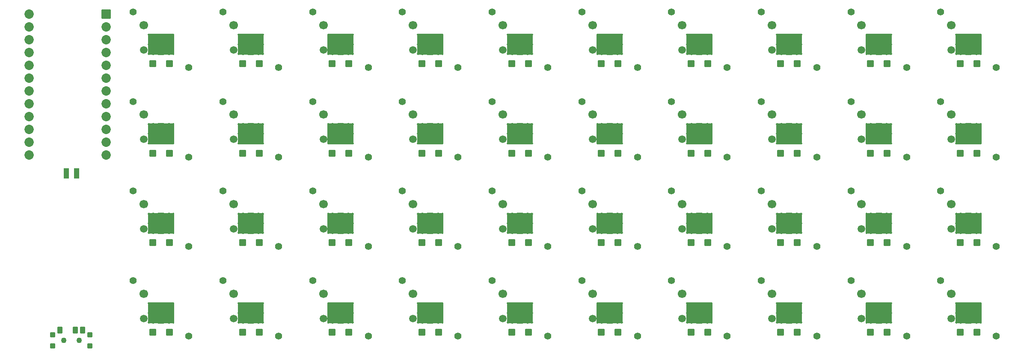
<source format=gbr>
%TF.GenerationSoftware,KiCad,Pcbnew,(6.0.4)*%
%TF.CreationDate,2022-11-13T15:40:53-05:00*%
%TF.ProjectId,crepe,63726570-652e-46b6-9963-61645f706362,v1.0.0*%
%TF.SameCoordinates,Original*%
%TF.FileFunction,Soldermask,Top*%
%TF.FilePolarity,Negative*%
%FSLAX46Y46*%
G04 Gerber Fmt 4.6, Leading zero omitted, Abs format (unit mm)*
G04 Created by KiCad (PCBNEW (6.0.4)) date 2022-11-13 15:40:53*
%MOMM*%
%LPD*%
G01*
G04 APERTURE LIST*
G04 Aperture macros list*
%AMRoundRect*
0 Rectangle with rounded corners*
0 $1 Rounding radius*
0 $2 $3 $4 $5 $6 $7 $8 $9 X,Y pos of 4 corners*
0 Add a 4 corners polygon primitive as box body*
4,1,4,$2,$3,$4,$5,$6,$7,$8,$9,$2,$3,0*
0 Add four circle primitives for the rounded corners*
1,1,$1+$1,$2,$3*
1,1,$1+$1,$4,$5*
1,1,$1+$1,$6,$7*
1,1,$1+$1,$8,$9*
0 Add four rect primitives between the rounded corners*
20,1,$1+$1,$2,$3,$4,$5,0*
20,1,$1+$1,$4,$5,$6,$7,0*
20,1,$1+$1,$6,$7,$8,$9,0*
20,1,$1+$1,$8,$9,$2,$3,0*%
G04 Aperture macros list end*
%ADD10O,0.400000X4.200000*%
%ADD11O,5.200000X0.400000*%
%ADD12O,2.100000X4.200000*%
%ADD13C,1.400000*%
%ADD14O,5.200000X4.200000*%
%ADD15C,1.700000*%
%ADD16C,1.500000*%
%ADD17RoundRect,0.050000X0.600000X0.600000X-0.600000X0.600000X-0.600000X-0.600000X0.600000X-0.600000X0*%
%ADD18RoundRect,0.050000X-0.876300X-0.876300X0.876300X-0.876300X0.876300X0.876300X-0.876300X0.876300X0*%
%ADD19C,1.852600*%
%ADD20C,1.100000*%
%ADD21RoundRect,0.050000X0.450000X0.625000X-0.450000X0.625000X-0.450000X-0.625000X0.450000X-0.625000X0*%
%ADD22RoundRect,0.050000X0.450000X0.450000X-0.450000X0.450000X-0.450000X-0.450000X0.450000X-0.450000X0*%
%ADD23RoundRect,0.050000X0.500000X-1.000000X0.500000X1.000000X-0.500000X1.000000X-0.500000X-1.000000X0*%
G04 APERTURE END LIST*
D10*
%TO.C,S1*%
X15350000Y-912500D03*
D11*
X17750000Y-2812500D03*
D12*
X16200000Y-912500D03*
D13*
X23249992Y-5512336D03*
D11*
X17750000Y987500D03*
D14*
X17750000Y-912500D03*
D12*
X19300000Y-912500D03*
D10*
X20150000Y-912500D03*
D13*
X12249992Y5487664D03*
D15*
X14349992Y2887664D03*
D16*
X14349992Y-2012336D03*
%TD*%
D10*
%TO.C,S2*%
X15350000Y16837500D03*
D11*
X17750000Y14937500D03*
D12*
X16200000Y16837500D03*
D13*
X23249992Y12237664D03*
D11*
X17750000Y18737500D03*
D14*
X17750000Y16837500D03*
D12*
X19300000Y16837500D03*
D10*
X20150000Y16837500D03*
D13*
X12249992Y23237664D03*
D15*
X14349992Y20637664D03*
D16*
X14349992Y15737664D03*
%TD*%
D10*
%TO.C,S3*%
X15350000Y34587500D03*
D11*
X17750000Y32687500D03*
D12*
X16200000Y34587500D03*
D13*
X23249992Y29987664D03*
D11*
X17750000Y36487500D03*
D14*
X17750000Y34587500D03*
D12*
X19300000Y34587500D03*
D10*
X20150000Y34587500D03*
D13*
X12249992Y40987664D03*
D15*
X14349992Y38387664D03*
D16*
X14349992Y33487664D03*
%TD*%
D10*
%TO.C,S4*%
X15350000Y52337500D03*
D11*
X17750000Y50437500D03*
D12*
X16200000Y52337500D03*
D13*
X23249992Y47737664D03*
D11*
X17750000Y54237500D03*
D14*
X17750000Y52337500D03*
D12*
X19300000Y52337500D03*
D10*
X20150000Y52337500D03*
D13*
X12249992Y58737664D03*
D15*
X14349992Y56137664D03*
D16*
X14349992Y51237664D03*
%TD*%
D10*
%TO.C,S5*%
X33100000Y-912500D03*
D11*
X35500000Y-2812500D03*
D12*
X33950000Y-912500D03*
D13*
X40999992Y-5512336D03*
D11*
X35500000Y987500D03*
D14*
X35500000Y-912500D03*
D12*
X37050000Y-912500D03*
D10*
X37900000Y-912500D03*
D13*
X29999992Y5487664D03*
D15*
X32099992Y2887664D03*
D16*
X32099992Y-2012336D03*
%TD*%
D10*
%TO.C,S6*%
X33100000Y16837500D03*
D11*
X35500000Y14937500D03*
D12*
X33950000Y16837500D03*
D13*
X40999992Y12237664D03*
D11*
X35500000Y18737500D03*
D14*
X35500000Y16837500D03*
D12*
X37050000Y16837500D03*
D10*
X37900000Y16837500D03*
D13*
X29999992Y23237664D03*
D15*
X32099992Y20637664D03*
D16*
X32099992Y15737664D03*
%TD*%
D10*
%TO.C,S7*%
X33100000Y34587500D03*
D11*
X35500000Y32687500D03*
D12*
X33950000Y34587500D03*
D13*
X40999992Y29987664D03*
D11*
X35500000Y36487500D03*
D14*
X35500000Y34587500D03*
D12*
X37050000Y34587500D03*
D10*
X37900000Y34587500D03*
D13*
X29999992Y40987664D03*
D15*
X32099992Y38387664D03*
D16*
X32099992Y33487664D03*
%TD*%
D10*
%TO.C,S8*%
X33100000Y52337500D03*
D11*
X35500000Y50437500D03*
D12*
X33950000Y52337500D03*
D13*
X40999992Y47737664D03*
D11*
X35500000Y54237500D03*
D14*
X35500000Y52337500D03*
D12*
X37050000Y52337500D03*
D10*
X37900000Y52337500D03*
D13*
X29999992Y58737664D03*
D15*
X32099992Y56137664D03*
D16*
X32099992Y51237664D03*
%TD*%
D10*
%TO.C,S9*%
X50850000Y-912500D03*
D11*
X53250000Y-2812500D03*
D12*
X51700000Y-912500D03*
D13*
X58749992Y-5512336D03*
D11*
X53250000Y987500D03*
D14*
X53250000Y-912500D03*
D12*
X54800000Y-912500D03*
D10*
X55650000Y-912500D03*
D13*
X47749992Y5487664D03*
D15*
X49849992Y2887664D03*
D16*
X49849992Y-2012336D03*
%TD*%
D10*
%TO.C,S10*%
X50850000Y16837500D03*
D11*
X53250000Y14937500D03*
D12*
X51700000Y16837500D03*
D13*
X58749992Y12237664D03*
D11*
X53250000Y18737500D03*
D14*
X53250000Y16837500D03*
D12*
X54800000Y16837500D03*
D10*
X55650000Y16837500D03*
D13*
X47749992Y23237664D03*
D15*
X49849992Y20637664D03*
D16*
X49849992Y15737664D03*
%TD*%
D10*
%TO.C,S11*%
X50850000Y34587500D03*
D11*
X53250000Y32687500D03*
D12*
X51700000Y34587500D03*
D13*
X58749992Y29987664D03*
D11*
X53250000Y36487500D03*
D14*
X53250000Y34587500D03*
D12*
X54800000Y34587500D03*
D10*
X55650000Y34587500D03*
D13*
X47749992Y40987664D03*
D15*
X49849992Y38387664D03*
D16*
X49849992Y33487664D03*
%TD*%
D10*
%TO.C,S12*%
X50850000Y52337500D03*
D11*
X53250000Y50437500D03*
D12*
X51700000Y52337500D03*
D13*
X58749992Y47737664D03*
D11*
X53250000Y54237500D03*
D14*
X53250000Y52337500D03*
D12*
X54800000Y52337500D03*
D10*
X55650000Y52337500D03*
D13*
X47749992Y58737664D03*
D15*
X49849992Y56137664D03*
D16*
X49849992Y51237664D03*
%TD*%
D10*
%TO.C,S13*%
X68600000Y-912500D03*
D11*
X71000000Y-2812500D03*
D12*
X69450000Y-912500D03*
D13*
X76499992Y-5512336D03*
D11*
X71000000Y987500D03*
D14*
X71000000Y-912500D03*
D12*
X72550000Y-912500D03*
D10*
X73400000Y-912500D03*
D13*
X65499992Y5487664D03*
D15*
X67599992Y2887664D03*
D16*
X67599992Y-2012336D03*
%TD*%
D10*
%TO.C,S14*%
X68600000Y16837500D03*
D11*
X71000000Y14937500D03*
D12*
X69450000Y16837500D03*
D13*
X76499992Y12237664D03*
D11*
X71000000Y18737500D03*
D14*
X71000000Y16837500D03*
D12*
X72550000Y16837500D03*
D10*
X73400000Y16837500D03*
D13*
X65499992Y23237664D03*
D15*
X67599992Y20637664D03*
D16*
X67599992Y15737664D03*
%TD*%
D10*
%TO.C,S15*%
X68600000Y34587500D03*
D11*
X71000000Y32687500D03*
D12*
X69450000Y34587500D03*
D13*
X76499992Y29987664D03*
D11*
X71000000Y36487500D03*
D14*
X71000000Y34587500D03*
D12*
X72550000Y34587500D03*
D10*
X73400000Y34587500D03*
D13*
X65499992Y40987664D03*
D15*
X67599992Y38387664D03*
D16*
X67599992Y33487664D03*
%TD*%
D10*
%TO.C,S16*%
X68600000Y52337500D03*
D11*
X71000000Y50437500D03*
D12*
X69450000Y52337500D03*
D13*
X76499992Y47737664D03*
D11*
X71000000Y54237500D03*
D14*
X71000000Y52337500D03*
D12*
X72550000Y52337500D03*
D10*
X73400000Y52337500D03*
D13*
X65499992Y58737664D03*
D15*
X67599992Y56137664D03*
D16*
X67599992Y51237664D03*
%TD*%
D10*
%TO.C,S17*%
X86350000Y-912500D03*
D11*
X88750000Y-2812500D03*
D12*
X87200000Y-912500D03*
D13*
X94249992Y-5512336D03*
D11*
X88750000Y987500D03*
D14*
X88750000Y-912500D03*
D12*
X90300000Y-912500D03*
D10*
X91150000Y-912500D03*
D13*
X83249992Y5487664D03*
D15*
X85349992Y2887664D03*
D16*
X85349992Y-2012336D03*
%TD*%
D10*
%TO.C,S18*%
X86350000Y16837500D03*
D11*
X88750000Y14937500D03*
D12*
X87200000Y16837500D03*
D13*
X94249992Y12237664D03*
D11*
X88750000Y18737500D03*
D14*
X88750000Y16837500D03*
D12*
X90300000Y16837500D03*
D10*
X91150000Y16837500D03*
D13*
X83249992Y23237664D03*
D15*
X85349992Y20637664D03*
D16*
X85349992Y15737664D03*
%TD*%
D10*
%TO.C,S19*%
X86350000Y34587500D03*
D11*
X88750000Y32687500D03*
D12*
X87200000Y34587500D03*
D13*
X94249992Y29987664D03*
D11*
X88750000Y36487500D03*
D14*
X88750000Y34587500D03*
D12*
X90300000Y34587500D03*
D10*
X91150000Y34587500D03*
D13*
X83249992Y40987664D03*
D15*
X85349992Y38387664D03*
D16*
X85349992Y33487664D03*
%TD*%
D10*
%TO.C,S20*%
X86350000Y52337500D03*
D11*
X88750000Y50437500D03*
D12*
X87200000Y52337500D03*
D13*
X94249992Y47737664D03*
D11*
X88750000Y54237500D03*
D14*
X88750000Y52337500D03*
D12*
X90300000Y52337500D03*
D10*
X91150000Y52337500D03*
D13*
X83249992Y58737664D03*
D15*
X85349992Y56137664D03*
D16*
X85349992Y51237664D03*
%TD*%
D10*
%TO.C,S21*%
X175100000Y-912500D03*
D11*
X177500000Y-2812500D03*
D12*
X175950000Y-912500D03*
D13*
X182999992Y-5512336D03*
D11*
X177500000Y987500D03*
D14*
X177500000Y-912500D03*
D12*
X179050000Y-912500D03*
D10*
X179900000Y-912500D03*
D13*
X171999992Y5487664D03*
D15*
X174099992Y2887664D03*
D16*
X174099992Y-2012336D03*
%TD*%
D10*
%TO.C,S22*%
X175100000Y16837500D03*
D11*
X177500000Y14937500D03*
D12*
X175950000Y16837500D03*
D13*
X182999992Y12237664D03*
D11*
X177500000Y18737500D03*
D14*
X177500000Y16837500D03*
D12*
X179050000Y16837500D03*
D10*
X179900000Y16837500D03*
D13*
X171999992Y23237664D03*
D15*
X174099992Y20637664D03*
D16*
X174099992Y15737664D03*
%TD*%
D10*
%TO.C,S23*%
X175100000Y34587500D03*
D11*
X177500000Y32687500D03*
D12*
X175950000Y34587500D03*
D13*
X182999992Y29987664D03*
D11*
X177500000Y36487500D03*
D14*
X177500000Y34587500D03*
D12*
X179050000Y34587500D03*
D10*
X179900000Y34587500D03*
D13*
X171999992Y40987664D03*
D15*
X174099992Y38387664D03*
D16*
X174099992Y33487664D03*
%TD*%
D10*
%TO.C,S24*%
X175100000Y52337500D03*
D11*
X177500000Y50437500D03*
D12*
X175950000Y52337500D03*
D13*
X182999992Y47737664D03*
D11*
X177500000Y54237500D03*
D14*
X177500000Y52337500D03*
D12*
X179050000Y52337500D03*
D10*
X179900000Y52337500D03*
D13*
X171999992Y58737664D03*
D15*
X174099992Y56137664D03*
D16*
X174099992Y51237664D03*
%TD*%
D10*
%TO.C,S25*%
X157350000Y-912500D03*
D11*
X159750000Y-2812500D03*
D12*
X158200000Y-912500D03*
D13*
X165249992Y-5512336D03*
D11*
X159750000Y987500D03*
D14*
X159750000Y-912500D03*
D12*
X161300000Y-912500D03*
D10*
X162150000Y-912500D03*
D13*
X154249992Y5487664D03*
D15*
X156349992Y2887664D03*
D16*
X156349992Y-2012336D03*
%TD*%
D10*
%TO.C,S26*%
X157350000Y16837500D03*
D11*
X159750000Y14937500D03*
D12*
X158200000Y16837500D03*
D13*
X165249992Y12237664D03*
D11*
X159750000Y18737500D03*
D14*
X159750000Y16837500D03*
D12*
X161300000Y16837500D03*
D10*
X162150000Y16837500D03*
D13*
X154249992Y23237664D03*
D15*
X156349992Y20637664D03*
D16*
X156349992Y15737664D03*
%TD*%
D10*
%TO.C,S27*%
X157350000Y34587500D03*
D11*
X159750000Y32687500D03*
D12*
X158200000Y34587500D03*
D13*
X165249992Y29987664D03*
D11*
X159750000Y36487500D03*
D14*
X159750000Y34587500D03*
D12*
X161300000Y34587500D03*
D10*
X162150000Y34587500D03*
D13*
X154249992Y40987664D03*
D15*
X156349992Y38387664D03*
D16*
X156349992Y33487664D03*
%TD*%
D10*
%TO.C,S28*%
X157350000Y52337500D03*
D11*
X159750000Y50437500D03*
D12*
X158200000Y52337500D03*
D13*
X165249992Y47737664D03*
D11*
X159750000Y54237500D03*
D14*
X159750000Y52337500D03*
D12*
X161300000Y52337500D03*
D10*
X162150000Y52337500D03*
D13*
X154249992Y58737664D03*
D15*
X156349992Y56137664D03*
D16*
X156349992Y51237664D03*
%TD*%
D10*
%TO.C,S29*%
X139600000Y-912500D03*
D11*
X142000000Y-2812500D03*
D12*
X140450000Y-912500D03*
D13*
X147499992Y-5512336D03*
D11*
X142000000Y987500D03*
D14*
X142000000Y-912500D03*
D12*
X143550000Y-912500D03*
D10*
X144400000Y-912500D03*
D13*
X136499992Y5487664D03*
D15*
X138599992Y2887664D03*
D16*
X138599992Y-2012336D03*
%TD*%
D10*
%TO.C,S30*%
X139600000Y16837500D03*
D11*
X142000000Y14937500D03*
D12*
X140450000Y16837500D03*
D13*
X147499992Y12237664D03*
D11*
X142000000Y18737500D03*
D14*
X142000000Y16837500D03*
D12*
X143550000Y16837500D03*
D10*
X144400000Y16837500D03*
D13*
X136499992Y23237664D03*
D15*
X138599992Y20637664D03*
D16*
X138599992Y15737664D03*
%TD*%
D10*
%TO.C,S31*%
X139600000Y34587500D03*
D11*
X142000000Y32687500D03*
D12*
X140450000Y34587500D03*
D13*
X147499992Y29987664D03*
D11*
X142000000Y36487500D03*
D14*
X142000000Y34587500D03*
D12*
X143550000Y34587500D03*
D10*
X144400000Y34587500D03*
D13*
X136499992Y40987664D03*
D15*
X138599992Y38387664D03*
D16*
X138599992Y33487664D03*
%TD*%
D10*
%TO.C,S32*%
X139600000Y52337500D03*
D11*
X142000000Y50437500D03*
D12*
X140450000Y52337500D03*
D13*
X147499992Y47737664D03*
D11*
X142000000Y54237500D03*
D14*
X142000000Y52337500D03*
D12*
X143550000Y52337500D03*
D10*
X144400000Y52337500D03*
D13*
X136499992Y58737664D03*
D15*
X138599992Y56137664D03*
D16*
X138599992Y51237664D03*
%TD*%
D10*
%TO.C,S33*%
X121850000Y-912500D03*
D11*
X124250000Y-2812500D03*
D12*
X122700000Y-912500D03*
D13*
X129749992Y-5512336D03*
D11*
X124250000Y987500D03*
D14*
X124250000Y-912500D03*
D12*
X125800000Y-912500D03*
D10*
X126650000Y-912500D03*
D13*
X118749992Y5487664D03*
D15*
X120849992Y2887664D03*
D16*
X120849992Y-2012336D03*
%TD*%
D10*
%TO.C,S34*%
X121850000Y16837500D03*
D11*
X124250000Y14937500D03*
D12*
X122700000Y16837500D03*
D13*
X129749992Y12237664D03*
D11*
X124250000Y18737500D03*
D14*
X124250000Y16837500D03*
D12*
X125800000Y16837500D03*
D10*
X126650000Y16837500D03*
D13*
X118749992Y23237664D03*
D15*
X120849992Y20637664D03*
D16*
X120849992Y15737664D03*
%TD*%
D10*
%TO.C,S35*%
X121850000Y34587500D03*
D11*
X124250000Y32687500D03*
D12*
X122700000Y34587500D03*
D13*
X129749992Y29987664D03*
D11*
X124250000Y36487500D03*
D14*
X124250000Y34587500D03*
D12*
X125800000Y34587500D03*
D10*
X126650000Y34587500D03*
D13*
X118749992Y40987664D03*
D15*
X120849992Y38387664D03*
D16*
X120849992Y33487664D03*
%TD*%
D10*
%TO.C,S36*%
X121850000Y52337500D03*
D11*
X124250000Y50437500D03*
D12*
X122700000Y52337500D03*
D13*
X129749992Y47737664D03*
D11*
X124250000Y54237500D03*
D14*
X124250000Y52337500D03*
D12*
X125800000Y52337500D03*
D10*
X126650000Y52337500D03*
D13*
X118749992Y58737664D03*
D15*
X120849992Y56137664D03*
D16*
X120849992Y51237664D03*
%TD*%
D10*
%TO.C,S37*%
X104100000Y-912500D03*
D11*
X106500000Y-2812500D03*
D12*
X104950000Y-912500D03*
D13*
X111999992Y-5512336D03*
D11*
X106500000Y987500D03*
D14*
X106500000Y-912500D03*
D12*
X108050000Y-912500D03*
D10*
X108900000Y-912500D03*
D13*
X100999992Y5487664D03*
D15*
X103099992Y2887664D03*
D16*
X103099992Y-2012336D03*
%TD*%
D10*
%TO.C,S38*%
X104100000Y16837500D03*
D11*
X106500000Y14937500D03*
D12*
X104950000Y16837500D03*
D13*
X111999992Y12237664D03*
D11*
X106500000Y18737500D03*
D14*
X106500000Y16837500D03*
D12*
X108050000Y16837500D03*
D10*
X108900000Y16837500D03*
D13*
X100999992Y23237664D03*
D15*
X103099992Y20637664D03*
D16*
X103099992Y15737664D03*
%TD*%
D10*
%TO.C,S39*%
X104100000Y34587500D03*
D11*
X106500000Y32687500D03*
D12*
X104950000Y34587500D03*
D13*
X111999992Y29987664D03*
D11*
X106500000Y36487500D03*
D14*
X106500000Y34587500D03*
D12*
X108050000Y34587500D03*
D10*
X108900000Y34587500D03*
D13*
X100999992Y40987664D03*
D15*
X103099992Y38387664D03*
D16*
X103099992Y33487664D03*
%TD*%
D10*
%TO.C,S40*%
X104100000Y52337500D03*
D11*
X106500000Y50437500D03*
D12*
X104950000Y52337500D03*
D13*
X111999992Y47737664D03*
D11*
X106500000Y54237500D03*
D14*
X106500000Y52337500D03*
D12*
X108050000Y52337500D03*
D10*
X108900000Y52337500D03*
D13*
X100999992Y58737664D03*
D15*
X103099992Y56137664D03*
D16*
X103099992Y51237664D03*
%TD*%
D17*
%TO.C,D1*%
X19400000Y-4750000D03*
X16100000Y-4750000D03*
%TD*%
%TO.C,D2*%
X19400000Y13000000D03*
X16100000Y13000000D03*
%TD*%
%TO.C,D3*%
X19400000Y30750000D03*
X16100000Y30750000D03*
%TD*%
%TO.C,D4*%
X19400000Y48500000D03*
X16100000Y48500000D03*
%TD*%
%TO.C,D5*%
X37150000Y-4750000D03*
X33850000Y-4750000D03*
%TD*%
%TO.C,D6*%
X37150000Y13000000D03*
X33850000Y13000000D03*
%TD*%
%TO.C,D7*%
X37150000Y30750000D03*
X33850000Y30750000D03*
%TD*%
%TO.C,D8*%
X37150000Y48500000D03*
X33850000Y48500000D03*
%TD*%
%TO.C,D9*%
X54900000Y-4750000D03*
X51600000Y-4750000D03*
%TD*%
%TO.C,D10*%
X54900000Y13000000D03*
X51600000Y13000000D03*
%TD*%
%TO.C,D11*%
X54900000Y30750000D03*
X51600000Y30750000D03*
%TD*%
%TO.C,D12*%
X54900000Y48500000D03*
X51600000Y48500000D03*
%TD*%
%TO.C,D13*%
X72650000Y-4750000D03*
X69350000Y-4750000D03*
%TD*%
%TO.C,D14*%
X72650000Y13000000D03*
X69350000Y13000000D03*
%TD*%
%TO.C,D15*%
X72650000Y30750000D03*
X69350000Y30750000D03*
%TD*%
%TO.C,D16*%
X72650000Y48500000D03*
X69350000Y48500000D03*
%TD*%
%TO.C,D17*%
X90400000Y-4750000D03*
X87100000Y-4750000D03*
%TD*%
%TO.C,D18*%
X90400000Y13000000D03*
X87100000Y13000000D03*
%TD*%
%TO.C,D19*%
X90400000Y30750000D03*
X87100000Y30750000D03*
%TD*%
%TO.C,D20*%
X90400000Y48500000D03*
X87100000Y48500000D03*
%TD*%
D18*
%TO.C,*%
X6870000Y58345000D03*
D19*
X6870000Y55805000D03*
X6870000Y53265000D03*
X6870000Y50725000D03*
X6870000Y48185000D03*
X6870000Y45645000D03*
X6870000Y43105000D03*
X6870000Y40565000D03*
X6870000Y38025000D03*
X6870000Y35485000D03*
X6870000Y32945000D03*
X6870000Y30405000D03*
X-8370000Y30405000D03*
X-8370000Y32945000D03*
X-8370000Y35485000D03*
X-8370000Y38025000D03*
X-8370000Y40565000D03*
X-8370000Y43105000D03*
X-8370000Y45645000D03*
X-8370000Y48185000D03*
X-8370000Y50725000D03*
X-8370000Y53265000D03*
X-8370000Y55805000D03*
X-8370000Y58345000D03*
%TD*%
D20*
%TO.C,T1*%
X-1500000Y-6375000D03*
X1500000Y-6375000D03*
D21*
X-2250000Y-4300000D03*
X750000Y-4300000D03*
X2250000Y-4300000D03*
D22*
X-3700000Y-7475000D03*
X-3700000Y-5275000D03*
X3700000Y-5275000D03*
X3700000Y-7475000D03*
%TD*%
D23*
%TO.C,PAD1*%
X-1000000Y26750000D03*
%TD*%
%TO.C,PAD2*%
X1000000Y26750000D03*
%TD*%
D17*
%TO.C,D21*%
X179150000Y-4750000D03*
X175850000Y-4750000D03*
%TD*%
%TO.C,D22*%
X179150000Y13000000D03*
X175850000Y13000000D03*
%TD*%
%TO.C,D23*%
X179150000Y30750000D03*
X175850000Y30750000D03*
%TD*%
%TO.C,D24*%
X179150000Y48500000D03*
X175850000Y48500000D03*
%TD*%
%TO.C,D25*%
X161400000Y-4750000D03*
X158100000Y-4750000D03*
%TD*%
%TO.C,D26*%
X161400000Y13000000D03*
X158100000Y13000000D03*
%TD*%
%TO.C,D27*%
X161400000Y30750000D03*
X158100000Y30750000D03*
%TD*%
%TO.C,D28*%
X161400000Y48500000D03*
X158100000Y48500000D03*
%TD*%
%TO.C,D29*%
X143650000Y-4750000D03*
X140350000Y-4750000D03*
%TD*%
%TO.C,D30*%
X143650000Y13000000D03*
X140350000Y13000000D03*
%TD*%
%TO.C,D31*%
X143650000Y30750000D03*
X140350000Y30750000D03*
%TD*%
%TO.C,D32*%
X143650000Y48500000D03*
X140350000Y48500000D03*
%TD*%
%TO.C,D33*%
X125900000Y-4750000D03*
X122600000Y-4750000D03*
%TD*%
%TO.C,D34*%
X125900000Y13000000D03*
X122600000Y13000000D03*
%TD*%
%TO.C,D35*%
X125900000Y30750000D03*
X122600000Y30750000D03*
%TD*%
%TO.C,D36*%
X125900000Y48500000D03*
X122600000Y48500000D03*
%TD*%
%TO.C,D37*%
X108150000Y-4750000D03*
X104850000Y-4750000D03*
%TD*%
%TO.C,D38*%
X108150000Y13000000D03*
X104850000Y13000000D03*
%TD*%
%TO.C,D39*%
X108150000Y30750000D03*
X104850000Y30750000D03*
%TD*%
%TO.C,D40*%
X108150000Y48500000D03*
X104850000Y48500000D03*
%TD*%
M02*

</source>
